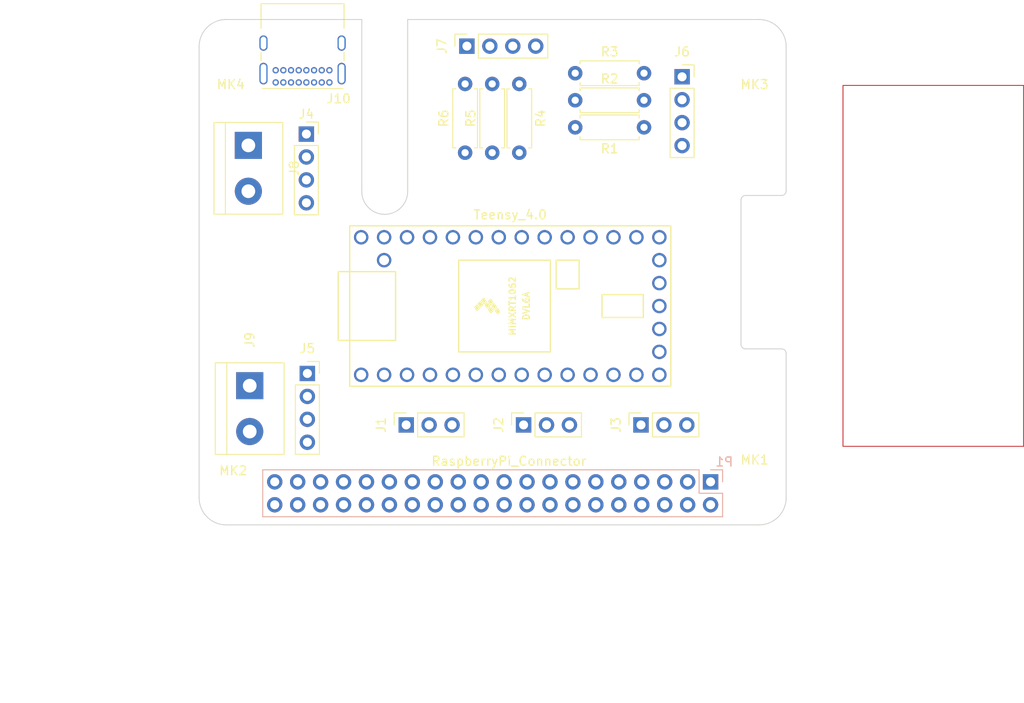
<source format=kicad_pcb>
(kicad_pcb (version 20211014) (generator pcbnew)
  (title_block (date "15 nov 2012"))
  (layers (0 "F.Cu" signal) (31 "B.Cu" signal) (34 "B.Paste" user) (35 "F.Paste" user) (36 "B.SilkS" user "B.Silkscreen") (37 "F.SilkS" user "F.Silkscreen") (38 "B.Mask" user) (39 "F.Mask" user) (44 "Edge.Cuts" user))
  (net 0 "")
  (net 1 "/IN1(MOTOR_LEFT)")
  (net 2 "+5V")
  (net 3 "GND")
  (net 4 "/ID_SD")
  (net 5 "/ID_SC")
  (net 6 "/GPIO5")
  (net 7 "/GPIO6")
  (net 8 "/GPIO26")
  (net 9 "/GPIO2(SDA1)")
  (net 10 "/GPIO3(SCL1)")
  (net 11 "/GPIO4(GCLK)")
  (net 12 "/GPIO17(GEN0)")
  (net 13 "/GPIO27(GEN2)")
  (net 14 "/GPIO22(GEN3)")
  (net 15 "/GPIO23(GEN4)")
  (net 16 "/GPIO24(GEN5)")
  (net 17 "/GPIO25(GEN6)")
  (net 18 "/GPIO18(GEN1)(PWM0)")
  (net 19 "/GPIO7(SPI1_CE_N)")
  (net 20 "/GPIO12(PWM0)")
  (net 21 "/GPIO13(PWM1)")
  (net 22 "/GPIO19(SPI1_MISO)")
  (net 23 "/GPIO16")
  (net 24 "/DO1")
  (net 25 "/DO2")
  (net 26 "/ADCCS")
  (net 27 "/ADCDIN")
  (net 28 "/ADCDOUT")
  (net 29 "/ADCCLK")
  (net 30 "/IN2(MOTOR_LEFT)")
  (net 45 "/IN3(MOTOR_LEFT)")
  (net 46 "/IN4(MOTOR_LEFT)")
  (net 47 "Net-(P1-Pad1)")
  (net 48 "Net-(P1-Pad2)")
  (net 49 "/IN1(MOTOR_RIGHT)")
  (net 50 "/IN2(MOTOR_RIGHT)")
  (net 51 "/IN3(MOTOR_RIGHT)")
  (net 52 "/IN4(MOTOR_RIGHT)")
  (net 53 "/PI_to_Teensy")
  (net 54 "/Teensy_to_PI")
  (net 57 "Net-(R1-Pad1)")
  (net 58 "Net-(J7-Pad2)")
  (net 67 "Net-(R2-Pad2)")
  (net 68 "Net-(R5-Pad2)")
  (net 69 "/Ultrasonic_Left_Echo")
  (net 70 "/Ultrasonic_Front_Echo")
  (net 71 "/Ultrasonic_Front_Trig")
  (net 72 "/Ultrasonic_Left_Trig")
  (footprint "MountingHole:MountingHole_2.7mm_M2.5" (layer "F.Cu") (at 94.05 45.55 180)
    (fp_text reference "MK4" (at 0 -3.7) (layer "F.SilkS"))
    (fp_text value "M2.5")
    (pad "" np_thru_hole circle locked (at 0 0 180) (size 2.7 2.7) (drill 2.7) (layers *.Cu *.Mask))
  )
  (footprint "MountingHole:MountingHole_2.7mm_M2.5" (layer "F.Cu") (at 152.05 45.55 180)
    (fp_text reference "MK3" (at 0 -3.7) (layer "F.SilkS"))
    (fp_text value "M2.5")
    (pad "" np_thru_hole circle locked (at 0 0 180) (size 2.7 2.7) (drill 2.7) (layers *.Cu *.Mask))
  )
  (footprint "MountingHole:MountingHole_2.7mm_M2.5" (layer "F.Cu") (at 152.05 94.55)
    (fp_text reference "MK1" (at 0 -3.7) (layer "F.SilkS"))
    (fp_text value "M2.5")
    (pad "" np_thru_hole circle locked (at 0 0) (size 2.7 2.7) (drill 2.7) (layers *.Cu *.Mask))
  )
  (footprint "MountingHole:MountingHole_2.7mm_M2.5" (layer "F.Cu") (at 94.05 94.55)
    (fp_text reference "MK2" (at 0.276879 -2.5121) (layer "F.SilkS"))
    (fp_text value "M2.5")
    (pad "" np_thru_hole circle locked (at 0 0) (size 2.7 2.7) (drill 2.7) (layers *.Cu *.Mask))
  )
  (footprint "Connector_PinSocket_2.54mm:PinSocket_1x03_P2.54mm_Vertical" (layer "F.Cu") (at 113.475 86.975 90)
    (fp_text reference "J1" (at 0 -2.77 90) (layer "F.SilkS"))
    (fp_text value "Servo_BEEG")
    (fp_line (start -1.33 1.27) (end -1.33 6.41) (layer "F.SilkS") (width 0.12))
    (fp_line (start -1.33 6.41) (end 1.33 6.41) (layer "F.SilkS") (width 0.12))
    (fp_line (start 1.33 -1.33) (end 1.33 0) (layer "F.SilkS") (width 0.12))
    (fp_line (start -1.33 1.27) (end 1.33 1.27) (layer "F.SilkS") (width 0.12))
    (fp_line (start 1.33 1.27) (end 1.33 6.41) (layer "F.SilkS") (width 0.12))
    (fp_line (start 0 -1.33) (end 1.33 -1.33) (layer "F.SilkS") (width 0.12))
    (pad "1" thru_hole rect (at 0 0 90) (size 1.7 1.7) (drill 1) (layers *.Cu *.Mask) (net 3 "GND"))
    (pad "2" thru_hole oval (at 0 2.54 90) (size 1.7 1.7) (drill 1) (layers *.Cu *.Mask) (net 2 "+5V"))
    (pad "3" thru_hole oval (at 0 5.08 90) (size 1.7 1.7) (drill 1) (layers *.Cu *.Mask) (net 6 "/GPIO5"))
  )
  (footprint "Connector_PinSocket_2.54mm:PinSocket_1x04_P2.54mm_Vertical" (layer "F.Cu") (at 102.535155 81.273009)
    (fp_text reference "J5" (at 0 -2.77) (layer "F.SilkS"))
    (fp_text value "Motor_Driver_Right")
    (fp_line (start 1.33 -1.33) (end 1.33 0) (layer "F.SilkS") (width 0.12))
    (fp_line (start -1.33 1.27) (end 1.33 1.27) (layer "F.SilkS") (width 0.12))
    (fp_line (start -1.33 8.95) (end 1.33 8.95) (layer "F.SilkS") (width 0.12))
    (fp_line (start -1.33 1.27) (end -1.33 8.95) (layer "F.SilkS") (width 0.12))
    (fp_line (start 1.33 1.27) (end 1.33 8.95) (layer "F.SilkS") (width 0.12))
    (fp_line (start 0 -1.33) (end 1.33 -1.33) (layer "F.SilkS") (width 0.12))
    (pad "1" thru_hole rect (at 0 0) (size 1.7 1.7) (drill 1) (layers *.Cu *.Mask) (net 49 "/IN1(MOTOR_RIGHT)"))
    (pad "2" thru_hole oval (at 0 2.54) (size 1.7 1.7) (drill 1) (layers *.Cu *.Mask) (net 50 "/IN2(MOTOR_RIGHT)"))
    (pad "3" thru_hole oval (at 0 5.08) (size 1.7 1.7) (drill 1) (layers *.Cu *.Mask) (net 51 "/IN3(MOTOR_RIGHT)"))
    (pad "4" thru_hole oval (at 0 7.62) (size 1.7 1.7) (drill 1) (layers *.Cu *.Mask) (net 52 "/IN4(MOTOR_RIGHT)"))
  )
  (footprint "Resistor_THT:R_Axial_DIN0207_L6.3mm_D2.5mm_P7.62mm_Horizontal" (layer "F.Cu") (at 132.19 48)
    (fp_text reference "R3" (at 3.81 -2.37) (layer "F.SilkS"))
    (fp_text value "1k")
    (fp_line (start 0.54 -1.37) (end 7.08 -1.37) (layer "F.SilkS") (width 0.12))
    (fp_line (start 0.54 1.04) (end 0.54 1.37) (layer "F.SilkS") (width 0.12))
    (fp_line (start 0.54 -1.04) (end 0.54 -1.37) (layer "F.SilkS") (width 0.12))
    (fp_line (start 7.08 1.37) (end 7.08 1.04) (layer "F.SilkS") (width 0.12))
    (fp_line (start 0.54 1.37) (end 7.08 1.37) (layer "F.SilkS") (width 0.12))
    (fp_line (start 7.08 -1.37) (end 7.08 -1.04) (layer "F.SilkS") (width 0.12))
    (pad "1" thru_hole circle (at 0 0) (size 1.6 1.6) (drill 0.8) (layers *.Cu *.Mask) (net 67 "Net-(R2-Pad2)"))
    (pad "2" thru_hole oval (at 7.62 0) (size 1.6 1.6) (drill 0.8) (layers *.Cu *.Mask) (net 3 "GND"))
  )
  (footprint "Resistor_THT:R_Axial_DIN0207_L6.3mm_D2.5mm_P7.62mm_Horizontal" (layer "F.Cu") (at 120 56.81 90)
    (fp_text reference "R6" (at 3.81 -2.37 90) (layer "F.SilkS"))
    (fp_text value "1k")
    (fp_line (start 7.08 -1.37) (end 7.08 -1.04) (layer "F.SilkS") (width 0.12))
    (fp_line (start 0.54 -1.04) (end 0.54 -1.37) (layer "F.SilkS") (width 0.12))
    (fp_line (start 0.54 1.04) (end 0.54 1.37) (layer "F.SilkS") (width 0.12))
    (fp_line (start 0.54 -1.37) (end 7.08 -1.37) (layer "F.SilkS") (width 0.12))
    (fp_line (start 0.54 1.37) (end 7.08 1.37) (layer "F.SilkS") (width 0.12))
    (fp_line (start 7.08 1.37) (end 7.08 1.04) (layer "F.SilkS") (width 0.12))
    (pad "1" thru_hole circle (at 0 0 90) (size 1.6 1.6) (drill 0.8) (layers *.Cu *.Mask) (net 68 "Net-(R5-Pad2)"))
    (pad "2" thru_hole oval (at 7.62 0 90) (size 1.6 1.6) (drill 0.8) (layers *.Cu *.Mask) (net 3 "GND"))
  )
  (footprint "Connector_PinSocket_2.54mm:PinSocket_1x04_P2.54mm_Vertical" (layer "F.Cu") (at 120.2 45 90)
    (fp_text reference "J7" (at 0 -2.77 90) (layer "F.SilkS"))
    (fp_text value "Ultrasonic_Left")
    (fp_line (start 0 -1.33) (end 1.33 -1.33) (layer "F.SilkS") (width 0.12))
    (fp_line (start 1.33 -1.33) (end 1.33 0) (layer "F.SilkS") (width 0.12))
    (fp_line (start -1.33 8.95) (end 1.33 8.95) (layer "F.SilkS") (width 0.12))
    (fp_line (start 1.33 1.27) (end 1.33 8.95) (layer "F.SilkS") (width 0.12))
    (fp_line (start -1.33 1.27) (end 1.33 1.27) (layer "F.SilkS") (width 0.12))
    (fp_line (start -1.33 1.27) (end -1.33 8.95) (layer "F.SilkS") (width 0.12))
    (pad "1" thru_hole rect (at 0 0 90) (size 1.7 1.7) (drill 1) (layers *.Cu *.Mask) (net 3 "GND"))
    (pad "2" thru_hole oval (at 0 2.54 90) (size 1.7 1.7) (drill 1) (layers *.Cu *.Mask) (net 58 "Net-(J7-Pad2)"))
    (pad "3" thru_hole oval (at 0 5.08 90) (size 1.7 1.7) (drill 1) (layers *.Cu *.Mask) (net 72 "/Ultrasonic_Left_Trig"))
    (pad "4" thru_hole oval (at 0 7.62 90) (size 1.7 1.7) (drill 1) (layers *.Cu *.Mask) (net 2 "+5V"))
  )
  (footprint "Connector_PinSocket_2.54mm:PinSocket_1x04_P2.54mm_Vertical" (layer "F.Cu") (at 144.025 48.4)
    (fp_text reference "J6" (at 0 -2.77) (layer "F.SilkS"))
    (fp_text value "Ultrasonic_Front")
    (fp_line (start 1.33 1.27) (end 1.33 8.95) (layer "F.SilkS") (width 0.12))
    (fp_line (start 1.33 -1.33) (end 1.33 0) (layer "F.SilkS") (width 0.12))
    (fp_line (start -1.33 8.95) (end 1.33 8.95) (layer "F.SilkS") (width 0.12))
    (fp_line (start 0 -1.33) (end 1.33 -1.33) (layer "F.SilkS") (width 0.12))
    (fp_line (start -1.33 1.27) (end 1.33 1.27) (layer "F.SilkS") (width 0.12))
    (fp_line (start -1.33 1.27) (end -1.33 8.95) (layer "F.SilkS") (width 0.12))
    (pad "1" thru_hole rect (at 0 0) (size 1.7 1.7) (drill 1) (layers *.Cu *.Mask) (net 3 "GND"))
    (pad "2" thru_hole oval (at 0 2.54) (size 1.7 1.7) (drill 1) (layers *.Cu *.Mask) (net 57 "Net-(R1-Pad1)"))
    (pad "3" thru_hole oval (at 0 5.08) (size 1.7 1.7) (drill 1) (layers *.Cu *.Mask) (net 71 "/Ultrasonic_Front_Trig"))
    (pad "4" thru_hole oval (at 0 7.62) (size 1.7 1.7) (drill 1) (layers *.Cu *.Mask) (net 2 "+5V"))
  )
  (footprint "Resistor_THT:R_Axial_DIN0207_L6.3mm_D2.5mm_P7.62mm_Horizontal" (layer "F.Cu") (at 132.19 51)
    (fp_text reference "R2" (at 3.81 -2.37) (layer "F.SilkS"))
    (fp_text value "1k")
    (fp_line (start 0.54 1.37) (end 7.08 1.37) (layer "F.SilkS") (width 0.12))
    (fp_line (start 0.54 -1.37) (end 7.08 -1.37) (layer "F.SilkS") (width 0.12))
    (fp_line (start 7.08 -1.37) (end 7.08 -1.04) (layer "F.SilkS") (width 0.12))
    (fp_line (start 0.54 -1.04) (end 0.54 -1.37) (layer "F.SilkS") (width 0.12))
    (fp_line (start 7.08 1.37) (end 7.08 1.04) (layer "F.SilkS") (width 0.12))
    (fp_line (start 0.54 1.04) (end 0.54 1.37) (layer "F.SilkS") (width 0.12))
    (pad "1" thru_hole circle (at 0 0) (size 1.6 1.6) (drill 0.8) (layers *.Cu *.Mask) (net 70 "/Ultrasonic_Front_Echo"))
    (pad "2" thru_hole oval (at 7.62 0) (size 1.6 1.6) (drill 0.8) (layers *.Cu *.Mask) (net 67 "Net-(R2-Pad2)"))
  )
  (footprint "Resistor_THT:R_Axial_DIN0207_L6.3mm_D2.5mm_P7.62mm_Horizontal" (layer "F.Cu") (at 123 56.81 90)
    (fp_text reference "R5" (at 3.81 -2.37 90) (layer "F.SilkS"))
    (fp_text value "1k")
    (fp_line (start 0.54 -1.04) (end 0.54 -1.37) (layer "F.SilkS") (width 0.12))
    (fp_line (start 0.54 1.37) (end 7.08 1.37) (layer "F.SilkS") (width 0.12))
    (fp_line (start 0.54 -1.37) (end 7.08 -1.37) (layer "F.SilkS") (width 0.12))
    (fp_line (start 7.08 -1.37) (end 7.08 -1.04) (layer "F.SilkS") (width 0.12))
    (fp_line (start 7.08 1.37) (end 7.08 1.04) (layer "F.SilkS") (width 0.12))
    (fp_line (start 0.54 1.04) (end 0.54 1.37) (layer "F.SilkS") (width 0.12))
    (pad "1" thru_hole circle (at 0 0 90) (size 1.6 1.6) (drill 0.8) (layers *.Cu *.Mask) (net 69 "/Ultrasonic_Left_Echo"))
    (pad "2" thru_hole oval (at 7.62 0 90) (size 1.6 1.6) (drill 0.8) (layers *.Cu *.Mask) (net 68 "Net-(R5-Pad2)"))
  )
  (footprint "Resistor_THT:R_Axial_DIN0207_L6.3mm_D2.5mm_P7.62mm_Horizontal" (layer "F.Cu") (at 126 49.19 -90)
    (fp_text reference "R4" (at 3.81 -2.37 90) (layer "F.SilkS"))
    (fp_text value "1k")
    (fp_line (start 0.54 -1.04) (end 0.54 -1.37) (layer "F.SilkS") (width 0.12))
    (fp_line (start 0.54 1.37) (end 7.08 1.37) (layer "F.SilkS") (width 0.12))
    (fp_line (start 0.54 -1.37) (end 7.08 -1.37) (layer "F.SilkS") (width 0.12))
    (fp_line (start 7.08 -1.37) (end 7.08 -1.04) (layer "F.SilkS") (width 0.12))
    (fp_line (start 0.54 1.04) (end 0.54 1.37) (layer "F.SilkS") (width 0.12))
    (fp_line (start 7.08 1.37) (end 7.08 1.04) (layer "F.SilkS") (width 0.12))
    (pad "1" thru_hole circle (at 0 0 270) (size 1.6 1.6) (drill 0.8) (layers *.Cu *.Mask) (net 58 "Net-(J7-Pad2)"))
    (pad "2" thru_hole oval (at 7.62 0 270) (size 1.6 1.6) (drill 0.8) (layers *.Cu *.Mask) (net 69 "/Ultrasonic_Left_Echo"))
  )
  (footprint "Connector_USB:USB_C_Receptacle_GCT_USB4085" (layer "F.Cu") (at 104.975 49.025 180)
    (fp_text reference "J10" (at -1.025 -1.8) (layer "F.SilkS"))
    (fp_text value "USB_C_Receptacle_USB2.0")
    (fp_line (start 7.57 6) (end 7.57 8.73) (layer "F.SilkS") (width 0.12))
    (fp_line (start -1.62 2.4) (end -1.62 3.3) (layer "F.SilkS") (width 0.12))
    (fp_line (start -1.62 6) (end -1.62 8.73) (layer "F.SilkS") (width 0.12))
    (fp_line (start 7.57 2.4) (end 7.57 3.3) (layer "F.SilkS") (width 0.12))
    (fp_line (start -1.62 8.73) (end 7.57 8.73) (layer "F.SilkS") (width 0.12))
    (fp_line (start -1.5 -0.68) (end 7.45 -0.68) (layer "F.SilkS") (width 0.12))
    (pad "A1" thru_hole circle (at 0 0 180) (size 0.7 0.7) (drill 0.4) (layers *.Cu *.Mask) (net 3 "GND"))
    (pad "A4" thru_hole circle (at 0.85 0 180) (size 0.7 0.7) (drill 0.4) (layers *.Cu *.Mask) (net 2 "+5V"))
    (pad "A5" thru_hole circle (at 1.7 0 180) (size 0.7 0.7) (drill 0.4) (layers *.Cu *.Mask))
    (pad "A6" thru_hole circle (at 2.55 0 180) (size 0.7 0.7) (drill 0.4) (layers *.Cu *.Mask))
    (pad "A7" thru_hole circle (at 3.4 0 180) (size 0.7 0.7) (drill 0.4) (layers *.Cu *.Mask))
    (pad "A8" thru_hole circle (at 4.25 0 180) (size 0.7 0.7) (drill 0.4) (layers *.Cu *.Mask))
    (pad "A9" thru_hole circle (at 5.1 0 180) (size 0.7 0.7) (drill 0.4) (layers *.Cu *.Mask) (net 2 "+5V"))
    (pad "A12" thru_hole circle (at 5.95 0 180) (size 0.7 0.7) (drill 0.4) (layers *.Cu *.Mask) (net 3 "GND"))
    (pad "B1" thru_hole circle (at 5.95 1.35 180) (size 0.7 0.7) (drill 0.4) (layers *.Cu *.Mask) (net 3 "GND"))
    (pad "B4" thru_hole circle (at 5.1 1.35 180) (size 0.7 0.7) (drill 0.4) (layers *.Cu *.Mask) (net 2 "+5V"))
    (pad "B5" thru_hole circle (at 4.25 1.35 180) (size 0.7 0.7) (drill 0.4) (layers *.Cu *.Mask))
    (pad "B6" thru_hole circle (at 3.4 1.35 180) (size 0.7 0.7) (drill 0.4) (layers *.Cu *.Mask))
    (pad "B7" thru_hole circle (at 2.55 1.35 180) (size 0.7 0.7) (drill 0.4) (layers *.Cu *.Mask))
    (pad "B8" thru_hole circle (at 1.7 1.35 180) (size 0.7 0.7) (drill 0.4) (layers *.Cu *.Mask))
    (pad "B9" thru_hole circle (at 0.85 1.35 180) (size 0.7 0.7) (drill 0.4) (layers *.Cu *.Mask) (net 2 "+5V"))
    (pad "B12" thru_hole circle (at 0 1.35 180) (size 0.7 0.7) (drill 0.4) (layers *.Cu *.Mask) (net 3 "GND"))
    (pad "S1" thru_hole oval (at 7.3 0.98 180) (size 0.9 2.4) (drill oval 0.6 2.1) (layers *.Cu *.Mask) (net 3 "GND"))
    (pad "S1" thru_hole oval (at -1.35 0.98 180) (size 0.9 2.4) (drill oval 0.6 2.1) (layers *.Cu *.Mask) (net 3 "GND"))
    (pad "S1" thru_hole oval (at 7.3 4.36 180) (size 0.9 1.7) (drill oval 0.6 1.4) (layers *.Cu *.Mask) (net 3 "GND"))
    (pad "S1" thru_hole oval (at -1.35 4.36 180) (size 0.9 1.7) (drill oval 0.6 1.4) (layers *.Cu *.Mask) (net 3 "GND"))
  )
  (footprint "Connector_PinSocket_2.54mm:PinSocket_1x03_P2.54mm_Vertical" (layer "F.Cu") (at 139.475 86.975 90)
    (fp_text reference "J3" (at 0 -2.77 90) (layer "F.SilkS"))
    (fp_text value "Servo_EXTRA")
    (fp_line (start -1.33 6.41) (end 1.33 6.41) (layer "F.SilkS") (width 0.12))
    (fp_line (start -1.33 1.27) (end 1.33 1.27) (layer "F.SilkS") (width 0.12))
    (fp_line (start -1.33 1.27) (end -1.33 6.41) (layer "F.SilkS") (width 0.12))
    (fp_line (start 1.33 1.27) (end 1.33 6.41) (layer "F.SilkS") (width 0.12))
    (fp_line (start 0 -1.33) (end 1.33 -1.33) (layer "F.SilkS") (width 0.12))
    (fp_line (start 1.33 -1.33) (end 1.33 0) (layer "F.SilkS") (width 0.12))
    (pad "1" thru_hole rect (at 0 0 90) (size 1.7 1.7) (drill 1) (layers *.Cu *.Mask) (net 3 "GND"))
    (pad "2" thru_hole oval (at 0 2.54 90) (size 1.7 1.7) (drill 1) (layers *.Cu *.Mask) (net 2 "+5V"))
    (pad "3" thru_hole oval (at 0 5.08 90) (size 1.7 1.7) (drill 1) (layers *.Cu *.Mask) (net 12 "/GPIO17(GEN0)"))
  )
  (footprint "TerminalBlock:TerminalBlock_bornier-2_P5.08mm" (layer "F.Cu") (at 96.150682 82.627673 -90)
    (fp_text reference "J9" (at -5.08 0 90) (layer "F.SilkS"))
    (fp_text value "Motor_Power_Right")
    (fp_line (start 7.62 3.81) (end 7.62 -3.81) (layer "F.SilkS") (width 0.12))
    (fp_line (start -2.54 3.81) (end 7.62 3.81) (layer "F.SilkS") (width 0.12))
    (fp_line (start 7.62 2.54) (end -2.54 2.54) (layer "F.SilkS") (width 0.12))
    (fp_line (start -2.54 -3.81) (end -2.54 3.81) (layer "F.SilkS") (width 0.12))
    (fp_line (start 7.62 -3.81) (end -2.54 -3.81) (layer "F.SilkS") (width 0.12))
    (pad "1" thru_hole rect (at 0 0 270) (size 3 3) (drill 1.52) (layers *.Cu *.Mask) (net 2 "+5V"))
    (pad "2" thru_hole circle (at 5.08 0 270) (size 3 3) (drill 1.52) (layers *.Cu *.Mask) (net 3 "GND"))
  )
  (footprint "Connector_PinSocket_2.54mm:PinSocket_1x04_P2.54mm_Vertical" (layer "F.Cu") (at 102.424592 54.743501)
    (fp_text reference "J4" (at 0 -2.203501) (layer "F.SilkS"))
    (fp_text value "Motor_Driver_Left")
    (fp_line (start 0 -1.33) (end 1.33 -1.33) (layer "F.SilkS") (width 0.12))
    (fp_line (start -1.33 1.27) (end -1.33 8.95) (layer "F.SilkS") (width 0.12))
    (fp_line (start -1.33 8.95) (end 1.33 8.95) (layer "F.SilkS") (width 0.12))
    (fp_line (start 1.33 1.27) (end 1.33 8.95) (layer "F.SilkS") (width 0.12))
    (fp_line (start 1.33 -1.33) (end 1.33 0) (layer "F.SilkS") (width 0.12))
    (fp_line (start -1.33 1.27) (end 1.33 1.27) (layer "F.SilkS") (width 0.12))
    (pad "1" thru_hole rect (at 0 0) (size 1.7 1.7) (drill 1) (layers *.Cu *.Mask) (net 1 "/IN1(MOTOR_LEFT)"))
    (pad "2" thru_hole oval (at 0 2.54) (size 1.7 1.7) (drill 1) (layers *.Cu *.Mask) (net 30 "/IN2(MOTOR_LEFT)"))
    (pad "3" thru_hole oval (at 0 5.08) (size 1.7 1.7) (drill 1) (layers *.Cu *.Mask) (net 45 "/IN3(MOTOR_LEFT)"))
    (pad "4" thru_hole oval (at 0 7.62) (size 1.7 1.7) (drill 1) (layers *.Cu *.Mask) (net 46 "/IN4(MOTOR_LEFT)"))
  )
  (footprint "Connector_PinSocket_2.54mm:PinSocket_1x03_P2.54mm_Vertical" (layer "F.Cu") (at 126.475 86.975 90)
    (fp_text reference "J2" (at 0 -2.77 90) (layer "F.SilkS"))
    (fp_text value "Servo_SHOOT")
    (fp_line (start -1.33 1.27) (end -1.33 6.41) (layer "F.SilkS") (width 0.12))
    (fp_line (start 0 -1.33) (end 1.33 -1.33) (layer "F.SilkS") (width 0.12))
    (fp_line (start -1.33 1.27) (end 1.33 1.27) (layer "F.SilkS") (width 0.12))
    (fp_line (start -1.33 6.41) (end 1.33 6.41) (layer "F.SilkS") (width 0.12))
    (fp_line (start 1.33 1.27) (end 1.33 6.41) (layer "F.SilkS") (width 0.12))
    (fp_line (start 1.33 -1.33) (end 1.33 0) (layer "F.SilkS") (width 0.12))
    (pad "1" thru_hole rect (at 0 0 90) (size 1.7 1.7) (drill 1) (layers *.Cu *.Mask) (net 3 "GND"))
    (pad "2" thru_hole oval (at 0 2.54 90) (size 1.7 1.7) (drill 1) (layers *.Cu *.Mask) (net 2 "+5V"))
    (pad "3" thru_hole oval (at 0 5.08 90) (size 1.7 1.7) (drill 1) (layers *.Cu *.Mask) (net 14 "/GPIO22(GEN3)"))
  )
  (footprint "TerminalBlock:TerminalBlock_bornier-2_P5.08mm" (layer "F.Cu") (at 96 56 -90)
    (fp_text reference "J8" (at 2.54 -5.08 90) (layer "F.SilkS"))
    (fp_text value "Motor_Power_Left")
    (fp_line (start -2.54 -3.81) (end -2.54 3.81) (layer "F.SilkS") (width 0.12))
    (fp_line (start 7.62 2.54) (end -2.54 2.54) (layer "F.SilkS") (width 0.12))
    (fp_line (start 7.62 3.81) (end 7.62 -3.81) (layer "F.SilkS") (width 0.12))
    (fp_line (start -2.54 3.81) (end 7.62 3.81) (layer "F.SilkS") (width 0.12))
    (fp_line (start 7.62 -3.81) (end -2.54 -3.81) (layer "F.SilkS") (width 0.12))
    (pad "1" thru_hole rect (at 0 0 270) (size 3 3) (drill 1.52) (layers *.Cu *.Mask) (net 2 "+5V"))
    (pad "2" thru_hole circle (at 5.08 0 270) (size 3 3) (drill 1.52) (layers *.Cu *.Mask) (net 3 "GND"))
  )
  (footprint "teensy:Teensy40" (layer "F.Cu") (at 125 73.8)
    (fp_text reference "A1" hide)
    (fp_text value "Teensy_4.0" (at 0 -10.115056) (layer "F.SilkS"))
    (fp_text user "MIMXRT1062" (at 0.254 0 90) (layer "F.SilkS") (effects (font (size 0.7 0.7))))
    (fp_text user "DVL6A" (at 1.778 0 90) (layer "F.SilkS") (effects (font (size 0.7 0.7))))
    (fp_line (start -12.7 -3.81) (end -17.78 -3.81) (layer "F.SilkS") (width 0.15))
    (fp_line (start 14.732 1.27) (end 10.16 1.27) (layer "F.SilkS") (width 0.15))
    (fp_line (start 17.78 -8.89) (end 17.78 8.89) (layer "F.SilkS") (width 0.15))
    (fp_line (start 4.445 5.08) (end -5.715 5.08) (layer "F.SilkS") (width 0.15))
    (fp_line (start 4.445 5.08) (end 4.445 -5.08) (layer "F.SilkS") (width 0.15))
    (fp_line (start 4.445 -5.08) (end -5.715 -5.08) (layer "F.SilkS") (width 0.15))
    (fp_line (start -19.05 3.81) (end -19.05 -3.81) (layer "F.SilkS") (width 0.15))
    (fp_line (start 5.08 -5.08) (end 7.62 -5.08) (layer "F.SilkS") (width 0.15))
    (fp_line (start -12.7 3.81) (end -17.78 3.81) (layer "F.SilkS") (width 0.15))
    (fp_line (start -19.05 -3.81) (end -17.78 -3.81) (layer "F.SilkS") (width 0.15))
    (fp_line (start -17.78 3.81) (end -19.05 3.81) (layer "F.SilkS") (width 0.15))
    (fp_line (start 5.08 -1.905) (end 5.08 -5.08) (layer "F.SilkS") (width 0.15))
    (fp_line (start 7.62 -1.905) (end 5.08 -1.905) (layer "F.SilkS") (width 0.15))
    (fp_line (start 10.16 1.27) (end 10.16 -1.27) (layer "F.SilkS") (width 0.15))
    (fp_line (start 10.16 -1.27) (end 14.732 -1.27) (layer "F.SilkS") (width 0.15))
    (fp_line (start -17.78 8.89) (end -17.78 -8.89) (layer "F.SilkS") (width 0.15))
    (fp_line (start -5.715 -5.08) (end -5.715 5.08) (layer "F.SilkS") (width 0.15))
    (fp_line (start 7.62 -5.08) (end 7.62 -1.905) (layer "F.SilkS") (width 0.15))
    (fp_line (start -17.78 -8.89) (end 17.78 -8.89) (layer "F.SilkS") (width 0.15))
    (fp_line (start 17.78 8.89) (end -17.78 8.89) (layer "F.SilkS") (width 0.15))
    (fp_line (start 14.732 -1.27) (end 14.732 1.27) (layer "F.SilkS") (width 0.15))
    (fp_line (start -12.7 3.81) (end -12.7 -3.81) (layer "F.SilkS") (width 0.15))
    (fp_poly (pts (xy -3.556 -0.254) (xy -3.302 -0.508) (xy -3.048 -0.127) (xy -3.302 0.127)) (layer "F.SilkS") (width 0.1) (fill solid))
    (fp_poly (pts (xy -3.937 0.127) (xy -3.683 -0.127) (xy -3.429 0.254) (xy -3.683 0.508)) (layer "F.SilkS") (width 0.1) (fill solid))
    (fp_poly (pts (xy -2.794 -0.127) (xy -2.54 -0.381) (xy -2.286 0) (xy -2.54 0.254)) (layer "F.SilkS") (width 0.1) (fill solid))
    (fp_poly (pts (xy -2.413 0.381) (xy -2.159 0.127) (xy -1.905 0.508) (xy -2.159 0.762)) (layer "F.SilkS") (width 0.1) (fill solid))
    (fp_poly (pts (xy -2.032 0) (xy -1.778 -0.254) (xy -1.524 0.127) (xy -1.778 0.381)) (layer "F.SilkS") (width 0.1) (fill solid))
    (fp_poly (pts (xy -3.175 -0.635) (xy -2.921 -0.889) (xy -2.667 -0.508) (xy -2.921 -0.254)) (layer "F.SilkS") (width 0.1) (fill solid))
    (fp_poly (pts (xy -2.413 -0.508) (xy -2.159 -0.762) (xy -1.905 -0.381) (xy -2.159 -0.127)) (layer "F.SilkS") (width 0.1) (fill solid))
    (fp_poly (pts (xy -1.651 0.508) (xy -1.397 0.254) (xy -1.143 0.635) (xy -1.397 0.889)) (layer "F.SilkS") (width 0.1) (fill solid))
    (pad "1" thru_hole circle (at -16.51 7.62) (size 1.6 1.6) (drill 1.1) (layers *.Cu *.Mask) (net 3 "GND"))
    (pad "2" thru_hole circle (at -13.97 7.62) (size 1.6 1.6) (drill 1.1) (layers *.Cu *.Mask) (net 53 "/PI_to_Teensy"))
    (pad "3" thru_hole circle (at -11.43 7.62) (size 1.6 1.6) (drill 1.1) (layers *.Cu *.Mask) (net 54 "/Teensy_to_PI"))
    (pad "4" thru_hole circle (at -8.89 7.62) (size 1.6 1.6) (drill 1.1) (layers *.Cu *.Mask) (net 49 "/IN1(MOTOR_RIGHT)"))
    (pad "5" thru_hole circle (at -6.35 7.62) (size 1.6 1.6) (drill 1.1) (layers *.Cu *.Mask) (net 50 "/IN2(MOTOR_RIGHT)"))
    (pad "6" thru_hole circle (at -3.81 7.62) (size 1.6 1.6) (drill 1.1) (layers *.Cu *.Mask) (net 51 "/IN3(MOTOR_RIGHT)"))
    (pad "7" thru_hole circle (at -1.27 7.62) (size 1.6 1.6) (drill 1.1) (layers *.Cu *.Mask) (net 52 "/IN4(MOTOR_RIGHT)"))
    (pad "8" thru_hole circle (at 1.27 7.62) (size 1.6 1.6) (drill 1.1) (layers *.Cu *.Mask) (net 46 "/IN4(MOTOR_LEFT)"))
    (pad "9" thru_hole circle (at 3.81 7.62) (size 1.6 1.6) (drill 1.1) (layers *.Cu *.Mask) (net 45 "/IN3(MOTOR_LEFT)"))
    (pad "10" thru_hole circle (at 6.35 7.62) (size 1.6 1.6) (drill 1.1) (layers *.Cu *.Mask) (net 30 "/IN2(MOTOR_LEFT)"))
    (pad "11" thru_hole circle (at 8.89 7.62) (size 1.6 1.6) (drill 1.1) (layers *.Cu *.Mask) (net 1 "/IN1(MOTOR_LEFT)"))
    (pad "12" thru_hole circle (at 11.43 7.62) (size 1.6 1.6) (drill 1.1) (layers *.Cu *.Mask))
    (pad "13" thru_hole circle (at 13.97 7.62) (size 1.6 1.6) (drill 1.1) (layers *.Cu *.Mask))
    (pad "14" thru_hole circle (at 16.51 7.62) (size 1.6 1.6) (drill 1.1) (layers *.Cu *.Mask))
    (pad "15" thru_hole circle (at 16.51 5.08) (size 1.6 1.6) (drill 1.1) (layers *.Cu *.Mask))
    (pad "16" thru_hole circle (at 16.51 2.54) (size 1.6 1.6) (drill 1.1) (layers *.Cu *.Mask))
    (pad "17" thru_hole circle (at 16.51 0) (size 1.6 1.6) (drill 1.1) (layers *.Cu *.Mask) (net 3 "GND"))
    (pad "18" thru_hole circle (at 16.51 -2.54) (size 1.6 1.6) (drill 1.1) (layers *.Cu *.Mask))
    (pad "19" thru_hole circle (at 16.51 -5.08) (size 1.6 1.6) (drill 1.1) (layers *.Cu *.Mask))
    (pad "20" thru_hole circle (at 16.51 -7.62) (size 1.6 1.6) (drill 1.1) (layers *.Cu *.Mask))
    (pad "21" thru_hole circle (at 13.97 -7.62) (size 1.6 1.6) (drill 1.1) (layers *.Cu *.Mask))
    (pad "22" thru_hole circle (at 11.43 -7.62) (size 1.6 1.6) (drill 1.1) (layers *.Cu *.Mask))
    (pad "23" thru_hole circle (at 8.89 -7.62) (size 1.6 1.6) (drill 1.1) (layers *.Cu *.Mask))
    (pad "24" thru_hole circle (at 6.35 -7.62) (size 1.6 1.6) (drill 1.1) (layers *.Cu *.Mask))
    (pad "25" thru_hole circle (at 3.81 -7.62) (size 1.6 1.6) (drill 1.1) (layers *.Cu *.Mask) (net 71 "/Ultrasonic_Front_Trig"))
    (pad "26" thru_hole circle (at 1.27 -7.62) (size 1.6 1.6) (drill 1.1) (layers *.Cu *.Mask) (net 70 "/Ultrasonic_Front_Echo"))
    (pad "27" thru_hole circle (at -1.27 -7.62) (size 1.6 1.6) (drill 1.1) (layers *.Cu *.Mask))
    (pad "28" thru_hole circle (at -3.81 -7.62) (size 1.6 1.6) (drill 1.1) (layers *.Cu *.Mask))
    (pad "29" thru_hole circle (at -6.35 -7.62) (size 1.6 1.6) (drill 1.1) (layers *.Cu *.Mask) (net 72 "/Ultrasonic_Left_Trig"))
    (pad "30" thru_hole circle (at -8.89 -7.62) (size 1.6 1.6) (drill 1.1) (layers *.Cu *.Mask) (net 69 "/Ultrasonic_Left_Echo"))
    (pad "31" thru_hole circle (at -11.43 -7.62) (size 1.6 1.6) (drill 1.1) (layers *.Cu *.Mask))
    (pad "32" thru_hole circle (at -13.97 -7.62) (size 1.6 1.6) (drill 1.1) (layers *.Cu *.Mask) (net 3 "GND"))
    (pad "33" thru_hole circle (at -16.51 -7.62) (size 1.6 1.6) (drill 1.1) (layers *.Cu *.Mask) (net 2 "+5V"))
    (pad "34" thru_hole circle (at -13.97 -5.08) (size 1.6 1.6) (drill 1.1) (layers *.Cu *.Mask))
  )
  (footprint "Resistor_THT:R_Axial_DIN0207_L6.3mm_D2.5mm_P7.62mm_Horizontal" (layer "F.Cu") (at 139.81 54 180)
    (fp_text reference "R1" (at 3.81 -2.37) (layer "F.SilkS"))
    (fp_text value "1k")
    (fp_line (start 7.08 1.37) (end 7.08 1.04) (layer "F.SilkS") (width 0.12))
    (fp_line (start 0.54 -1.04) (end 0.54 -1.37) (layer "F.SilkS") (width 0.12))
    (fp_line (start 0.54 1.04) (end 0.54 1.37) (layer "F.SilkS") (width 0.12))
    (fp_line (start 0.54 -1.37) (end 7.08 -1.37) (layer "F.SilkS") (width 0.12))
    (fp_line (start 7.08 -1.37) (end 7.08 -1.04) (layer "F.SilkS") (width 0.12))
    (fp_line (start 0.54 1.37) (end 7.08 1.37) (layer "F.SilkS") (width 0.12))
    (pad "1" thru_hole circle (at 0 0 180) (size 1.6 1.6) (drill 0.8) (layers *.Cu *.Mask) (net 57 "Net-(R1-Pad1)"))
    (pad "2" thru_hole oval (at 7.62 0 180) (size 1.6 1.6) (drill 0.8) (layers *.Cu *.Mask) (net 70 "/Ultrasonic_Front_Echo"))
  )
  (footprint "Connector_PinSocket_2.54mm:PinSocket_2x20_P2.54mm_Vertical" (layer "B.Cu") (at 147.18 93.28 90)
    (fp_text reference "P1" (at 2.208 1.512) (layer "B.SilkS") (effects (justify mirror)))
    (fp_text value "RaspberryPi_Connector" (at 2.291544 -31 180) (layer "F.SilkS") (effects (justify left)))
    (fp_line (start -3.87 -49.59) (end 1.33 -49.59) (layer "B.SilkS") (width 0.12))
    (fp_line (start -3.87 1.33) (end -3.87 -49.59) (layer "B.SilkS") (width 0.12))
    (fp_line (start -1.27 1.33) (end -1.27 -1.27) (layer "B.SilkS") (width 0.12))
    (fp_line (start -3.87 1.33) (end -1.27 1.33) (layer "B.SilkS") (width 0.12))
    (fp_line (start 0 1.33) (end 1.33 1.33) (layer "B.SilkS") (width 0.12))
    (fp_line (start 1.33 -1.27) (end 1.33 -49.59) (layer "B.SilkS") (width 0.12))
    (fp_line (start -1.27 -1.27) (end 1.33 -1.27) (layer "B.SilkS") (width 0.12))
    (fp_line (start 1.33 1.33) (end 1.33 0) (layer "B.SilkS") (width 0.12))
    (pad "1" thru_hole rect locked (at 0 0 90) (size 1.7 1.7) (drill 1) (layers *.Cu *.Mask) (net 47 "Net-(P1-Pad1)"))
    (pad "2" thru_hole oval locked (at -2.54 0 90) (size 1.7 1.7) (drill 1) (layers *.Cu *.Mask) (net 48 "Net-(P1-Pad2)"))
    (pad "3" thru_hole oval locked (at 0 -2.54 90) (size 1.7 1.7) (drill 1) (layers *.Cu *.Mask) (net 9 "/GPIO2(SDA1)"))
    (pad "4" thru_hole oval locked (at -2.54 -2.54 90) (size 1.7 1.7) (drill 1) (layers *.Cu *.Mask) (net 48 "Net-(P1-Pad2)"))
    (pad "5" thru_hole oval locked (at 0 -5.08 90) (size 1.7 1.7) (drill 1) (layers *.Cu *.Mask) (net 10 "/GPIO3(SCL1)"))
    (pad "6" thru_hole oval locked (at -2.54 -5.08 90) (size 1.7 1.7) (drill 1) (layers *.Cu *.Mask) (net 3 "GND"))
    (pad "7" thru_hole oval locked (at 0 -7.62 90) (size 1.7 1.7) (drill 1) (layers *.Cu *.Mask) (net 11 "/GPIO4(GCLK)"))
    (pad "8" thru_hole oval locked (at -2.54 -7.62 90) (size 1.7 1.7) (drill 1) (layers *.Cu *.Mask) (net 53 "/PI_to_Teensy"))
    (pad "9" thru_hole oval locked (at 0 -10.16 90) (size 1.7 1.7) (drill 1) (layers *.Cu *.Mask) (net 3 "GND"))
    (pad "10" thru_hole oval locked (at -2.54 -10.16 90) (size 1.7 1.7) (drill 1) (layers *.Cu *.Mask) (net 54 "/Teensy_to_PI"))
    (pad "11" thru_hole oval locked (at 0 -12.7 90) (size 1.7 1.7) (drill 1) (layers *.Cu *.Mask) (net 12 "/GPIO17(GEN0)"))
    (pad "12" thru_hole oval locked (at -2.54 -12.7 90) (size 1.7 1.7) (drill 1) (layers *.Cu *.Mask) (net 18 "/GPIO18(GEN1)(PWM0)"))
    (pad "13" thru_hole oval locked (at 0 -15.24 90) (size 1.7 1.7) (drill 1) (layers *.Cu *.Mask) (net 13 "/GPIO27(GEN2)"))
    (pad "14" thru_hole oval locked (at -2.54 -15.24 90) (size 1.7 1.7) (drill 1) (layers *.Cu *.Mask) (net 3 "GND"))
    (pad "15" thru_hole oval locked (at 0 -17.78 90) (size 1.7 1.7) (drill 1) (layers *.Cu *.Mask) (net 14 "/GPIO22(GEN3)"))
    (pad "16" thru_hole oval locked (at -2.54 -17.78 90) (size 1.7 1.7) (drill 1) (layers *.Cu *.Mask) (net 15 "/GPIO23(GEN4)"))
    (pad "17" thru_hole oval locked (at 0 -20.32 90) (size 1.7 1.7) (drill 1) (layers *.Cu *.Mask) (net 47 "Net-(P1-Pad1)"))
    (pad "18" thru_hole oval locked (at -2.54 -20.32 90) (size 1.7 1.7) (drill 1) (layers *.Cu *.Mask) (net 16 "/GPIO24(GEN5)"))
    (pad "19" thru_hole oval locked (at 0 -22.86 90) (size 1.7 1.7) (drill 1) (layers *.Cu *.Mask) (net 27 "/ADCDIN"))
    (pad "20" thru_hole oval locked (at -2.54 -22.86 90) (size 1.7 1.7) (drill 1) (layers *.Cu *.Mask) (net 3 "GND"))
    (pad "21" thru_hole oval locked (at 0 -25.4 90) (size 1.7 1.7) (drill 1) (layers *.Cu *.Mask) (net 28 "/ADCDOUT"))
    (pad "22" thru_hole oval locked (at -2.54 -25.4 90) (size 1.7 1.7) (drill 1) (layers *.Cu *.Mask) (net 17 "/GPIO25(GEN6)"))
    (pad "23" thru_hole oval locked (at 0 -27.94 90) (size 1.7 1.7) (drill 1) (layers *.Cu *.Mask) (net 29 "/ADCCLK"))
    (pad "24" thru_hole oval locked (at -2.54 -27.94 90) (size 1.7 1.7) (drill 1) (layers *.Cu *.Mask) (net 26 "/ADCCS"))
    (pad "25" thru_hole oval locked (at 0 -30.48 90) (size 1.7 1.7) (drill 1) (layers *.Cu *.Mask) (net 3 "GND"))
    (pad "26" thru_hole oval locked (at -2.54 -30.48 90) (size 1.7 1.7) (drill 1) (layers *.Cu *.Mask) (net 19 "/GPIO7(SPI1_CE_N)"))
    (pad "27" thru_hole oval locked (at 0 -33.02 90) (size 1.7 1.7) (drill 1) (layers *.Cu *.Mask) (net 4 "/ID_SD"))
    (pad "28" thru_hole oval locked (at -2.54 -33.02 90) (size 1.7 1.7) (drill 1) (layers *.Cu *.Mask) (net 5 "/ID_SC"))
    (pad "29" thru_hole oval locked (at 0 -35.56 90) (size 1.7 1.7) (drill 1) (layers *.Cu *.Mask) (net 6 "/GPIO5"))
    (pad "30" thru_hole oval locked (at -2.54 -35.56 90) (size 1.7 1.7) (drill 1) (layers *.Cu *.Mask) (net 3 "GND"))
    (pad "31" thru_hole oval locked (at 0 -38.1 90) (size 1.7 1.7) (drill 1) (layers *.Cu *.Mask) (net 7 "/GPIO6"))
    (pad "32" thru_hole oval locked (at -2.54 -38.1 90) (size 1.7 1.7) (drill 1) (layers *.Cu *.Mask) (net 20 "/GPIO12(PWM0)"))
    (pad "33" thru_hole oval locked (at 0 -40.64 90) (size 1.7 1.7) (drill 1) (layers *.Cu *.Mask) (net 21 "/GPIO13(PWM1)"))
    (pad "34" thru_hole oval locked (at -2.54 -40.64 90) (size 1.7 1.7) (drill 1) (layers *.Cu *.Mask) (net 3 "GND"))
    (pad "35" thru_hole oval locked (at 0 -43.18 90) (size 1.7 1.7) (drill 1) (layers *.Cu *.Mask) (net 22 "/GPIO19(SPI1_MISO)"))
    (pad "36" thru_hole oval locked (at -2.54 -43.18 90) (size 1.7 1.7) (drill 1) (layers *.Cu *.Mask) (net 23 "/GPIO16"))
    (pad "37" thru_hole oval locked (at 0 -45.72 90) (size 1.7 1.7) (drill 1) (layers *.Cu *.Mask) (net 8 "/GPIO26"))
    (pad "38" thru_hole oval locked (at -2.54 -45.72 90) (size 1.7 1.7) (drill 1) (layers *.Cu *.Mask) (net 24 "/DO1"))
    (pad "39" thru_hole oval locked (at 0 -48.26 90) (size 1.7 1.7) (drill 1) (layers *.Cu *.Mask) (net 3 "GND"))
    (pad "40" thru_hole oval locked (at -2.54 -48.26 90) (size 1.7 1.7) (drill 1) (layers *.Cu *.Mask) (net 25 "/DO2"))
  )
  (gr_rect (start 161.84147 49.350506) (end 181.84147 89.350506) (layer "F.Cu") (width 0.1) (fill none))
  (gr_line (start 155.55 61.05) (end 155.55 45.05) (layer "Edge.Cuts") (width 0.1))
  (gr_line (start 90.55 45.05) (end 90.55 95.05) (layer "Edge.Cuts") (width 0.1))
  (gr_line (start 152.55 42.05) (end 113.64 42.05) (layer "Edge.Cuts") (width 0.1))
  (gr_arc (start 150.55 62.05) (mid 150.696447 61.696447) (end 151.05 61.55) (layer "Edge.Cuts") (width 0.1))
  (gr_line (start 151.05 61.55) (end 155.05 61.55) (layer "Edge.Cuts") (width 0.1))
  (gr_arc (start 113.64 61.1) (mid 111.1 63.64) (end 108.56 61.1) (layer "Edge.Cuts") (width 0.1))
  (gr_line (start 113.64 42.05) (end 113.64 61.05) (layer "Edge.Cuts") (width 0.1))
  (gr_line (start 108.56 61.1) (end 108.56 42.05) (layer "Edge.Cuts") (width 0.1))
  (gr_arc (start 93.55 98.05) (mid 91.42868 97.17132) (end 90.55 95.05) (layer "Edge.Cuts") (width 0.1))
  (gr_arc (start 155.05 78.55) (mid 155.403553 78.696447) (end 155.55 79.05) (layer "Edge.Cuts") (width 0.1))
  (gr_arc (start 90.55 45.05) (mid 91.42868 42.92868) (end 93.55 42.05) (layer "Edge.Cuts") (width 0.1))
  (gr_arc (start 155.55 61.05) (mid 155.403862 61.403245) (end 155.050873 61.549999) (layer "Edge.Cuts") (width 0.1))
  (gr_arc (start 152.55 42.05) (mid 154.67132 42.92868) (end 155.55 45.05) (layer "Edge.Cuts") (width 0.1))
  (gr_arc (start 151.05 78.55) (mid 150.696447 78.403553) (end 150.55 78.05) (layer "Edge.Cuts") (width 0.1))
  (gr_arc (start 155.55 95.05) (mid 154.67132 97.17132) (end 152.55 98.05) (layer "Edge.Cuts") (width 0.1))
  (gr_line (start 93.55 98.05) (end 152.55 98.05) (layer "Edge.Cuts") (width 0.1))
  (gr_line (start 108.56 42.05) (end 93.32 42.05) (layer "Edge.Cuts") (width 0.1))
  (gr_line (start 155.05 78.55) (end 151.05 78.55) (layer "Edge.Cuts") (width 0.1))
  (gr_line (start 155.55 95.05) (end 155.55 79.05) (layer "Edge.Cuts") (width 0.1))
  (gr_line (start 150.55 78.05) (end 150.55 62.05) (layer "Edge.Cuts") (width 0.1))
)
</source>
